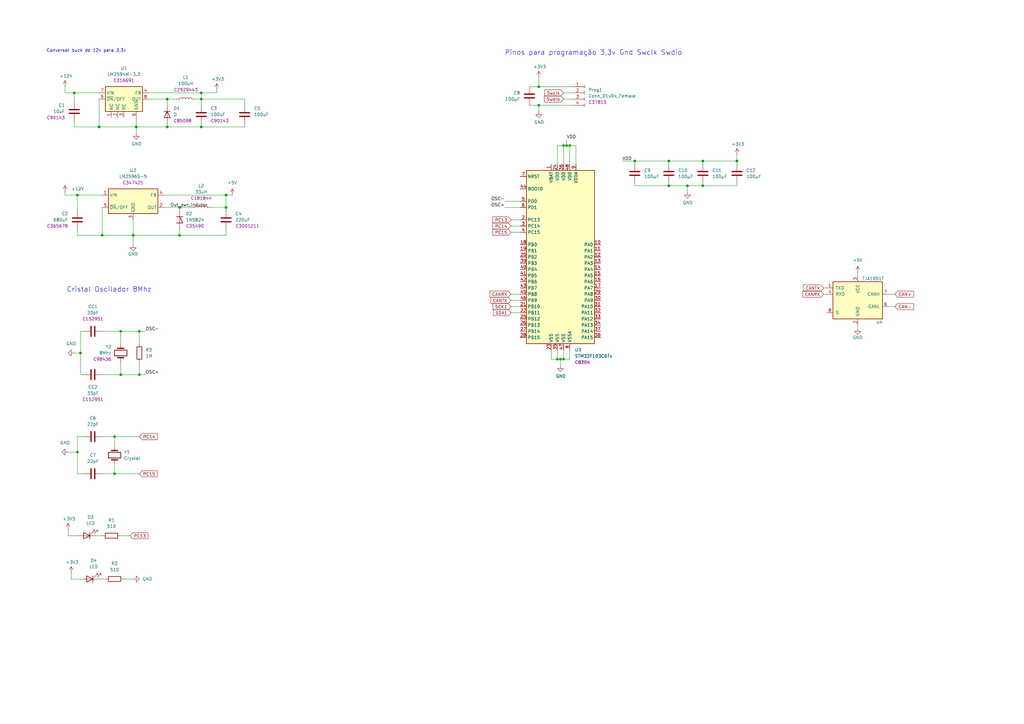
<source format=kicad_sch>
(kicad_sch (version 20211123) (generator eeschema)
  (paper "A3")
  (title_block (title "Placa de propósito geral") (date "2023-02-23") (rev "rev 0.0") (company "Capibaja") (comment 2 "Kariston Franzin"))
  (lib_symbols
    (symbol "Connector:Conn_01x04_Female" (pin_names (offset 1.016) hide)
      (property "Reference" "J" (at 0 5.08 0))
      (property "Value" "Conn_01x04_Female" (at 0 -7.62 0))
      (symbol "Conn_01x04_Female_1_1"
        (arc (start 0 -4.572) (mid -0.508 -5.08) (end 0 -5.588) (stroke (width 0.1524)))
        (arc (start 0 -2.032) (mid -0.508 -2.54) (end 0 -3.048) (stroke (width 0.1524)))
        (polyline (pts (xy -1.27 -5.08) (xy -0.508 -5.08)) (stroke (width 0.1524)))
        (polyline (pts (xy -1.27 -2.54) (xy -0.508 -2.54)) (stroke (width 0.1524)))
        (polyline (pts (xy -1.27 0) (xy -0.508 0)) (stroke (width 0.1524)))
        (polyline (pts (xy -1.27 2.54) (xy -0.508 2.54)) (stroke (width 0.1524)))
        (arc (start 0 0.508) (mid -0.508 0) (end 0 -0.508) (stroke (width 0.1524)))
        (arc (start 0 3.048) (mid -0.508 2.54) (end 0 2.032) (stroke (width 0.1524)))
        (pin passive line (at -5.08 2.54 0) (length 3.81) (name "Pin_1") (number "1"))
        (pin passive line (at -5.08 0 0) (length 3.81) (name "Pin_2") (number "2"))
        (pin passive line (at -5.08 -2.54 0) (length 3.81) (name "Pin_3") (number "3"))
        (pin passive line (at -5.08 -5.08 0) (length 3.81) (name "Pin_4") (number "4"))
      )
    )
    (symbol "Device:C" (pin_numbers hide) (pin_names (offset 0.254))
      (property "Reference" "C" (at 0.635 2.54 0))
      (property "Value" "C" (at 0.635 -2.54 0))
      (symbol "C_0_1"
        (polyline (pts (xy -2.032 -0.762) (xy 2.032 -0.762)) (stroke (width 0.508)))
        (polyline (pts (xy -2.032 0.762) (xy 2.032 0.762)) (stroke (width 0.508)))
      )
      (symbol "C_1_1"
        (pin passive line (at 0 3.81 270) (length 2.794) (name "~") (number "1"))
        (pin passive line (at 0 -3.81 90) (length 2.794) (name "~") (number "2"))
      )
    )
    (symbol "Device:Crystal" (pin_numbers hide) (pin_names (offset 1.016) hide)
      (property "Reference" "Y" (at 0 3.81 0))
      (property "Value" "Crystal" (at 0 -3.81 0))
      (symbol "Crystal_0_1"
        (rectangle (start -1.143 2.54) (end 1.143 -2.54) (stroke (width 0.3048)))
        (polyline (pts (xy -2.54 0) (xy -1.905 0)))
        (polyline (pts (xy -1.905 -1.27) (xy -1.905 1.27)) (stroke (width 0.508)))
        (polyline (pts (xy 1.905 -1.27) (xy 1.905 1.27)) (stroke (width 0.508)))
        (polyline (pts (xy 2.54 0) (xy 1.905 0)))
      )
      (symbol "Crystal_1_1"
        (pin passive line (at -3.81 0 0) (length 1.27) (name "1") (number "1"))
        (pin passive line (at 3.81 0 180) (length 1.27) (name "2") (number "2"))
      )
    )
    (symbol "Device:D" (pin_numbers hide) (pin_names (offset 1.016) hide)
      (property "Reference" "D" (at 0 2.54 0))
      (property "Value" "D" (at 0 -2.54 0))
      (symbol "D_0_1"
        (polyline (pts (xy -1.27 1.27) (xy -1.27 -1.27)) (stroke (width 0.254)))
        (polyline (pts (xy 1.27 0) (xy -1.27 0)))
        (polyline (pts (xy 1.27 1.27) (xy 1.27 -1.27) (xy -1.27 0) (xy 1.27 1.27)) (stroke (width 0.254)))
      )
      (symbol "D_1_1"
        (pin passive line (at -3.81 0 0) (length 2.54) (name "K") (number "1"))
        (pin passive line (at 3.81 0 180) (length 2.54) (name "A") (number "2"))
      )
    )
    (symbol "Device:D_Shockley" (pin_numbers hide) (pin_names (offset 1.016) hide)
      (property "Reference" "D" (at 0 2.54 0))
      (property "Value" "D_Shockley" (at 0 -2.54 0))
      (symbol "D_Shockley_0_1"
        (polyline (pts (xy -1.27 0) (xy 1.27 0)))
        (polyline (pts (xy -1.27 1.27) (xy -1.27 -1.27)) (stroke (width 0.254)))
        (polyline (pts (xy -1.27 0) (xy 1.27 1.27) (xy 1.27 -1.27)) (stroke (width 0.254)))
      )
      (symbol "D_Shockley_1_1"
        (pin passive line (at -3.81 0 0) (length 2.54) (name "K") (number "1"))
        (pin passive line (at 3.81 0 180) (length 2.54) (name "A") (number "2"))
      )
    )
    (symbol "Device:L" (pin_numbers hide) (pin_names (offset 1.016) hide)
      (property "Reference" "L" (at -1.27 0 90))
      (property "Value" "L" (at 1.905 0 90))
      (symbol "L_0_1"
        (arc (start 0 -2.54) (mid 0.635 -1.905) (end 0 -1.27))
        (arc (start 0 -1.27) (mid 0.635 -0.635) (end 0 0))
        (arc (start 0 0) (mid 0.635 0.635) (end 0 1.27))
        (arc (start 0 1.27) (mid 0.635 1.905) (end 0 2.54))
      )
      (symbol "L_1_1"
        (pin passive line (at 0 3.81 270) (length 1.27) (name "1") (number "1"))
        (pin passive line (at 0 -3.81 90) (length 1.27) (name "2") (number "2"))
      )
    )
    (symbol "Device:LED" (pin_numbers hide) (pin_names (offset 1.016) hide)
      (property "Reference" "D" (at 0 2.54 0))
      (property "Value" "LED" (at 0 -2.54 0))
      (symbol "LED_0_1"
        (polyline (pts (xy -1.27 -1.27) (xy -1.27 1.27)) (stroke (width 0.254)))
        (polyline (pts (xy -1.27 0) (xy 1.27 0)))
        (polyline (pts (xy 1.27 -1.27) (xy 1.27 1.27) (xy -1.27 0) (xy 1.27 -1.27)) (stroke (width 0.254)))
        (polyline (pts (xy -3.048 -0.762) (xy -4.572 -2.286) (xy -3.81 -2.286) (xy -4.572 -2.286) (xy -4.572 -1.524)))
        (polyline (pts (xy -1.778 -0.762) (xy -3.302 -2.286) (xy -2.54 -2.286) (xy -3.302 -2.286) (xy -3.302 -1.524)))
      )
      (symbol "LED_1_1"
        (pin passive line (at -3.81 0 0) (length 2.54) (name "K") (number "1"))
        (pin passive line (at 3.81 0 180) (length 2.54) (name "A") (number "2"))
      )
    )
    (symbol "Device:R" (pin_numbers hide) (pin_names (offset 0))
      (property "Reference" "R" (at 2.032 0 90))
      (property "Value" "R" (at 0 0 90))
      (symbol "R_0_1"
        (rectangle (start -1.016 -2.54) (end 1.016 2.54) (stroke (width 0.254)))
      )
      (symbol "R_1_1"
        (pin passive line (at 0 3.81 270) (length 1.27) (name "~") (number "1"))
        (pin passive line (at 0 -3.81 90) (length 1.27) (name "~") (number "2"))
      )
    )
    (symbol "Interface_CAN_LIN:TJA1051T" (pin_names (offset 1.016))
      (property "Reference" "U" (at -10.16 8.89 0))
      (property "Value" "TJA1051T" (at 1.27 8.89 0))
      (symbol "TJA1051T_0_1"
        (rectangle (start -10.16 7.62) (end 10.16 -7.62) (stroke (width 0.254)) (fill (type background)))
      )
      (symbol "TJA1051T_1_1"
        (pin input line (at -12.7 5.08 0) (length 2.54) (name "TXD") (number "1"))
        (pin power_in line (at 0 -10.16 90) (length 2.54) (name "GND") (number "2"))
        (pin power_in line (at 0 10.16 270) (length 2.54) (name "VCC") (number "3"))
        (pin output line (at -12.7 2.54 0) (length 2.54) (name "RXD") (number "4"))
        (pin no_connect line (at -12.7 -2.54 0) (length 2.54) hide (name "n.c.") (number "5"))
        (pin bidirectional line (at 12.7 -2.54 180) (length 2.54) (name "CANL") (number "6"))
        (pin bidirectional line (at 12.7 2.54 180) (length 2.54) (name "CANH") (number "7"))
        (pin input line (at -12.7 -5.08 0) (length 2.54) (name "S") (number "8"))
      )
    )
    (symbol "MCU_ST_STM32F1:STM32F103C6Tx"
      (property "Reference" "U" (at -15.24 36.83 0))
      (property "Value" "STM32F103C6Tx" (at 7.62 36.83 0))
      (symbol "STM32F103C6Tx_0_1"
        (rectangle (start -15.24 -35.56) (end 12.7 35.56) (stroke (width 0.254)) (fill (type background)))
      )
      (symbol "STM32F103C6Tx_1_1"
        (pin power_in line (at -5.08 38.1 270) (length 2.54) (name "VBAT") (number "1"))
        (pin bidirectional line (at 15.24 5.08 180) (length 2.54) (name "PA0") (number "10"))
        (pin bidirectional line (at 15.24 2.54 180) (length 2.54) (name "PA1") (number "11"))
        (pin bidirectional line (at 15.24 0 180) (length 2.54) (name "PA2") (number "12"))
        (pin bidirectional line (at 15.24 -2.54 180) (length 2.54) (name "PA3") (number "13"))
        (pin bidirectional line (at 15.24 -5.08 180) (length 2.54) (name "PA4") (number "14"))
        (pin bidirectional line (at 15.24 -7.62 180) (length 2.54) (name "PA5") (number "15"))
        (pin bidirectional line (at 15.24 -10.16 180) (length 2.54) (name "PA6") (number "16"))
        (pin bidirectional line (at 15.24 -12.7 180) (length 2.54) (name "PA7") (number "17"))
        (pin bidirectional line (at -17.78 5.08 0) (length 2.54) (name "PB0") (number "18"))
        (pin bidirectional line (at -17.78 2.54 0) (length 2.54) (name "PB1") (number "19"))
        (pin bidirectional line (at -17.78 15.24 0) (length 2.54) (name "PC13") (number "2"))
        (pin bidirectional line (at -17.78 0 0) (length 2.54) (name "PB2") (number "20"))
        (pin bidirectional line (at -17.78 -20.32 0) (length 2.54) (name "PB10") (number "21"))
        (pin bidirectional line (at -17.78 -22.86 0) (length 2.54) (name "PB11") (number "22"))
        (pin power_in line (at -5.08 -38.1 90) (length 2.54) (name "VSS") (number "23"))
        (pin power_in line (at -2.54 38.1 270) (length 2.54) (name "VDD") (number "24"))
        (pin bidirectional line (at -17.78 -25.4 0) (length 2.54) (name "PB12") (number "25"))
        (pin bidirectional line (at -17.78 -27.94 0) (length 2.54) (name "PB13") (number "26"))
        (pin bidirectional line (at -17.78 -30.48 0) (length 2.54) (name "PB14") (number "27"))
        (pin bidirectional line (at -17.78 -33.02 0) (length 2.54) (name "PB15") (number "28"))
        (pin bidirectional line (at 15.24 -15.24 180) (length 2.54) (name "PA8") (number "29"))
        (pin bidirectional line (at -17.78 12.7 0) (length 2.54) (name "PC14") (number "3"))
        (pin bidirectional line (at 15.24 -17.78 180) (length 2.54) (name "PA9") (number "30"))
        (pin bidirectional line (at 15.24 -20.32 180) (length 2.54) (name "PA10") (number "31"))
        (pin bidirectional line (at 15.24 -22.86 180) (length 2.54) (name "PA11") (number "32"))
        (pin bidirectional line (at 15.24 -25.4 180) (length 2.54) (name "PA12") (number "33"))
        (pin bidirectional line (at 15.24 -27.94 180) (length 2.54) (name "PA13") (number "34"))
        (pin power_in line (at -2.54 -38.1 90) (length 2.54) (name "VSS") (number "35"))
        (pin power_in line (at 0 38.1 270) (length 2.54) (name "VDD") (number "36"))
        (pin bidirectional line (at 15.24 -30.48 180) (length 2.54) (name "PA14") (number "37"))
        (pin bidirectional line (at 15.24 -33.02 180) (length 2.54) (name "PA15") (number "38"))
        (pin bidirectional line (at -17.78 -2.54 0) (length 2.54) (name "PB3") (number "39"))
        (pin bidirectional line (at -17.78 10.16 0) (length 2.54) (name "PC15") (number "4"))
        (pin bidirectional line (at -17.78 -5.08 0) (length 2.54) (name "PB4") (number "40"))
        (pin bidirectional line (at -17.78 -7.62 0) (length 2.54) (name "PB5") (number "41"))
        (pin bidirectional line (at -17.78 -10.16 0) (length 2.54) (name "PB6") (number "42"))
        (pin bidirectional line (at -17.78 -12.7 0) (length 2.54) (name "PB7") (number "43"))
        (pin input line (at -17.78 27.94 0) (length 2.54) (name "BOOT0") (number "44"))
        (pin bidirectional line (at -17.78 -15.24 0) (length 2.54) (name "PB8") (number "45"))
        (pin bidirectional line (at -17.78 -17.78 0) (length 2.54) (name "PB9") (number "46"))
        (pin power_in line (at 0 -38.1 90) (length 2.54) (name "VSS") (number "47"))
        (pin power_in line (at 2.54 38.1 270) (length 2.54) (name "VDD") (number "48"))
        (pin input line (at -17.78 22.86 0) (length 2.54) (name "PD0") (number "5"))
        (pin input line (at -17.78 20.32 0) (length 2.54) (name "PD1") (number "6"))
        (pin input line (at -17.78 33.02 0) (length 2.54) (name "NRST") (number "7"))
        (pin power_in line (at 2.54 -38.1 90) (length 2.54) (name "VSSA") (number "8"))
        (pin power_in line (at 5.08 38.1 270) (length 2.54) (name "VDDA") (number "9"))
      )
    )
    (symbol "Regulator_Switching:LM2594M-3.3"
      (property "Reference" "U" (at -7.62 6.35 0))
      (property "Value" "LM2594M-3.3" (at 0 6.35 0))
      (symbol "LM2594M-3.3_0_1"
        (rectangle (start -7.62 5.08) (end 7.62 -5.08) (stroke (width 0.254)) (fill (type background)))
      )
      (symbol "LM2594M-3.3_1_1"
        (pin passive line (at -5.08 -7.62 90) (length 2.54) (name "NC") (number "1"))
        (pin passive line (at -2.54 -7.62 90) (length 2.54) (name "NC") (number "2"))
        (pin passive line (at 0 -7.62 90) (length 2.54) (name "NC") (number "3"))
        (pin input line (at 10.16 2.54 180) (length 2.54) (name "FB") (number "4"))
        (pin input line (at -10.16 0 0) (length 2.54) (name "~{ON}/OFF") (number "5"))
        (pin power_in line (at 5.08 -7.62 90) (length 2.54) (name "GND") (number "6"))
        (pin power_in line (at -10.16 2.54 0) (length 2.54) (name "VIN") (number "7"))
        (pin output line (at 10.16 0 180) (length 2.54) (name "OUT") (number "8"))
      )
    )
    (symbol "Regulator_Switching:LM2596S-5"
      (property "Reference" "U" (at -10.16 6.35 0))
      (property "Value" "LM2596S-5" (at 0 6.35 0))
      (symbol "LM2596S-5_0_1"
        (rectangle (start -10.16 5.08) (end 10.16 -5.08) (stroke (width 0.254)) (fill (type background)))
      )
      (symbol "LM2596S-5_1_1"
        (pin power_in line (at -12.7 2.54 0) (length 2.54) (name "VIN") (number "1"))
        (pin output line (at 12.7 -2.54 180) (length 2.54) (name "OUT") (number "2"))
        (pin power_in line (at 0 -7.62 90) (length 2.54) (name "GND") (number "3"))
        (pin input line (at 12.7 2.54 180) (length 2.54) (name "FB") (number "4"))
        (pin input line (at -12.7 -2.54 0) (length 2.54) (name "~{ON}/OFF") (number "5"))
      )
    )
    (symbol "power:+12V" (power) (pin_names (offset 0))
      (property "Value" "+12V" (at 0 3.556 0))
      (symbol "+12V_0_1"
        (polyline (pts (xy -0.762 1.27) (xy 0 2.54)))
        (polyline (pts (xy 0 0) (xy 0 2.54)))
        (polyline (pts (xy 0 2.54) (xy 0.762 1.27)))
      )
      (symbol "+12V_1_1"
        (pin power_in line (at 0 0 90) (length 0) hide (name "+12V") (number "1"))
      )
    )
    (symbol "power:+3.3V" (power) (pin_names (offset 0))
      (property "Value" "+3.3V" (at 0 3.556 0))
      (symbol "+3.3V_0_1"
        (polyline (pts (xy -0.762 1.27) (xy 0 2.54)))
        (polyline (pts (xy 0 0) (xy 0 2.54)))
        (polyline (pts (xy 0 2.54) (xy 0.762 1.27)))
      )
      (symbol "+3.3V_1_1"
        (pin power_in line (at 0 0 90) (length 0) hide (name "+3V3") (number "1"))
      )
    )
    (symbol "power:+5V" (power) (pin_names (offset 0))
      (property "Value" "+5V" (at 0 3.556 0))
      (symbol "+5V_0_1"
        (polyline (pts (xy -0.762 1.27) (xy 0 2.54)))
        (polyline (pts (xy 0 0) (xy 0 2.54)))
        (polyline (pts (xy 0 2.54) (xy 0.762 1.27)))
      )
      (symbol "+5V_1_1"
        (pin power_in line (at 0 0 90) (length 0) hide (name "+5V") (number "1"))
      )
    )
    (symbol "power:GND" (power) (pin_names (offset 0))
      (property "Value" "GND" (at 0 -3.81 0))
      (symbol "GND_0_1"
        (polyline (pts (xy 0 0) (xy 0 -1.27) (xy 1.27 -1.27) (xy 0 -2.54) (xy -1.27 -1.27) (xy 0 -1.27)))
      )
      (symbol "GND_1_1"
        (pin power_in line (at 0 0 270) (length 0) hide (name "GND") (number "1"))
      )
    )
  )
  (junction (at 233.68 59.69))
  (junction (at 57.15 135.89))
  (junction (at 68.58 52.07))
  (junction (at 92.71 85.09))
  (junction (at 33.02 144.78))
  (junction (at 31.75 185.42))
  (junction (at 231.14 59.69))
  (junction (at 40.64 52.07))
  (junction (at 232.41 59.69))
  (junction (at 46.99 194.31))
  (junction (at 229.87 147.32))
  (junction (at 41.91 96.52))
  (junction (at 82.55 40.64))
  (junction (at 30.48 38.1))
  (junction (at 92.71 80.01))
  (junction (at 54.61 96.52))
  (junction (at 57.15 153.67))
  (junction (at 231.14 147.32))
  (junction (at 274.32 76.2))
  (junction (at 288.29 76.2))
  (junction (at 274.32 66.04))
  (junction (at 260.35 66.04))
  (junction (at 288.29 66.04))
  (junction (at 82.55 38.1))
  (junction (at 55.88 52.07))
  (junction (at 302.26 66.04))
  (junction (at 31.75 80.01))
  (junction (at 46.99 179.07))
  (junction (at 220.98 35.56))
  (junction (at 228.6 147.32))
  (junction (at 73.66 85.09))
  (junction (at 281.94 76.2))
  (junction (at 82.55 52.07))
  (junction (at 68.58 40.64))
  (junction (at 49.53 153.67))
  (junction (at 49.53 135.89))
  (junction (at 220.98 43.18))
  (junction (at 73.66 96.52))
  (wire (pts (xy 26.67 80.01) (xy 31.75 80.01)))
  (wire (pts (xy 29.21 234.95) (xy 29.21 237.49)))
  (wire (pts (xy 233.68 59.69) (xy 233.68 67.31)))
  (wire (pts (xy 92.71 93.98) (xy 92.71 96.52)))
  (wire (pts (xy 82.55 52.07) (xy 100.33 52.07)))
  (wire (pts (xy 209.55 128.27) (xy 213.36 128.27)))
  (wire (pts (xy 33.02 144.78) (xy 33.02 135.89)))
  (wire (pts (xy 39.37 219.71) (xy 41.91 219.71)))
  (wire (pts (xy 274.32 67.31) (xy 274.32 66.04)))
  (wire (pts (xy 31.75 86.36) (xy 31.75 80.01)))
  (wire (pts (xy 100.33 40.64) (xy 82.55 40.64)))
  (wire (pts (xy 26.67 38.1) (xy 30.48 38.1)))
  (wire (pts (xy 31.75 93.98) (xy 31.75 96.52)))
  (wire (pts (xy 57.15 135.89) (xy 59.69 135.89)))
  (wire (pts (xy 40.64 52.07) (xy 55.88 52.07)))
  (wire (pts (xy 33.02 153.67) (xy 33.02 144.78)))
  (wire (pts (xy 46.99 194.31) (xy 46.99 190.5)))
  (wire (pts (xy 27.94 217.17) (xy 27.94 219.71)))
  (wire (pts (xy 31.75 80.01) (xy 41.91 80.01)))
  (wire (pts (xy 288.29 67.31) (xy 288.29 66.04)))
  (wire (pts (xy 233.68 143.51) (xy 233.68 147.32)))
  (wire (pts (xy 236.22 59.69) (xy 236.22 67.31)))
  (wire (pts (xy 46.99 179.07) (xy 57.15 179.07)))
  (wire (pts (xy 68.58 52.07) (xy 82.55 52.07)))
  (wire (pts (xy 30.48 52.07) (xy 40.64 52.07)))
  (wire (pts (xy 34.29 153.67) (xy 33.02 153.67)))
  (wire (pts (xy 231.14 147.32) (xy 233.68 147.32)))
  (wire (pts (xy 41.91 179.07) (xy 46.99 179.07)))
  (wire (pts (xy 73.66 85.09) (xy 78.74 85.09)))
  (wire (pts (xy 31.75 96.52) (xy 41.91 96.52)))
  (wire (pts (xy 41.91 85.09) (xy 41.91 96.52)))
  (wire (pts (xy 288.29 76.2) (xy 302.26 76.2)))
  (wire (pts (xy 40.64 237.49) (xy 43.18 237.49)))
  (wire (pts (xy 40.64 40.64) (xy 40.64 52.07)))
  (wire (pts (xy 33.02 144.78) (xy 30.48 144.78)))
  (wire (pts (xy 231.14 59.69) (xy 231.14 67.31)))
  (wire (pts (xy 82.55 40.64) (xy 82.55 38.1)))
  (wire (pts (xy 228.6 59.69) (xy 231.14 59.69)))
  (wire (pts (xy 231.14 59.69) (xy 232.41 59.69)))
  (wire (pts (xy 260.35 74.93) (xy 260.35 76.2)))
  (wire (pts (xy 27.94 219.71) (xy 31.75 219.71)))
  (wire (pts (xy 220.98 31.75) (xy 220.98 35.56)))
  (wire (pts (xy 351.79 133.35) (xy 351.79 134.62)))
  (wire (pts (xy 209.55 125.73) (xy 213.36 125.73)))
  (wire (pts (xy 100.33 52.07) (xy 100.33 50.8)))
  (wire (pts (xy 274.32 76.2) (xy 281.94 76.2)))
  (wire (pts (xy 55.88 52.07) (xy 55.88 54.61)))
  (wire (pts (xy 367.03 120.65) (xy 364.49 120.65)))
  (wire (pts (xy 260.35 76.2) (xy 274.32 76.2)))
  (wire (pts (xy 226.06 147.32) (xy 228.6 147.32)))
  (wire (pts (xy 41.91 194.31) (xy 46.99 194.31)))
  (wire (pts (xy 49.53 148.59) (xy 49.53 153.67)))
  (wire (pts (xy 82.55 38.1) (xy 60.96 38.1)))
  (wire (pts (xy 57.15 148.59) (xy 57.15 153.67)))
  (wire (pts (xy 57.15 153.67) (xy 59.69 153.67)))
  (wire (pts (xy 231.14 40.64) (xy 234.95 40.64)))
  (wire (pts (xy 30.48 38.1) (xy 40.64 38.1)))
  (wire (pts (xy 228.6 147.32) (xy 229.87 147.32)))
  (wire (pts (xy 31.75 179.07) (xy 31.75 185.42)))
  (wire (pts (xy 337.82 120.65) (xy 339.09 120.65)))
  (wire (pts (xy 68.58 50.8) (xy 68.58 52.07)))
  (wire (pts (xy 220.98 35.56) (xy 234.95 35.56)))
  (wire (pts (xy 92.71 85.09) (xy 92.71 86.36)))
  (wire (pts (xy 67.31 80.01) (xy 92.71 80.01)))
  (wire (pts (xy 209.55 95.25) (xy 213.36 95.25)))
  (wire (pts (xy 55.88 48.26) (xy 55.88 52.07)))
  (wire (pts (xy 274.32 66.04) (xy 260.35 66.04)))
  (wire (pts (xy 255.27 66.04) (xy 260.35 66.04)))
  (wire (pts (xy 88.9 36.83) (xy 88.9 38.1)))
  (wire (pts (xy 27.94 185.42) (xy 31.75 185.42)))
  (wire (pts (xy 288.29 66.04) (xy 302.26 66.04)))
  (wire (pts (xy 73.66 85.09) (xy 67.31 85.09)))
  (wire (pts (xy 274.32 66.04) (xy 288.29 66.04)))
  (wire (pts (xy 209.55 90.17) (xy 213.36 90.17)))
  (wire (pts (xy 31.75 185.42) (xy 31.75 194.31)))
  (wire (pts (xy 68.58 52.07) (xy 55.88 52.07)))
  (wire (pts (xy 86.36 85.09) (xy 92.71 85.09)))
  (wire (pts (xy 302.26 66.04) (xy 302.26 67.31)))
  (wire (pts (xy 231.14 143.51) (xy 231.14 147.32)))
  (wire (pts (xy 220.98 43.18) (xy 234.95 43.18)))
  (wire (pts (xy 30.48 49.53) (xy 30.48 52.07)))
  (wire (pts (xy 229.87 147.32) (xy 229.87 149.86)))
  (wire (pts (xy 31.75 194.31) (xy 34.29 194.31)))
  (wire (pts (xy 46.99 182.88) (xy 46.99 179.07)))
  (wire (pts (xy 73.66 86.36) (xy 73.66 85.09)))
  (wire (pts (xy 54.61 90.17) (xy 54.61 96.52)))
  (wire (pts (xy 207.01 82.55) (xy 213.36 82.55)))
  (wire (pts (xy 288.29 74.93) (xy 288.29 76.2)))
  (wire (pts (xy 54.61 96.52) (xy 73.66 96.52)))
  (wire (pts (xy 207.01 85.09) (xy 213.36 85.09)))
  (wire (pts (xy 228.6 67.31) (xy 228.6 59.69)))
  (wire (pts (xy 229.87 147.32) (xy 231.14 147.32)))
  (wire (pts (xy 281.94 76.2) (xy 288.29 76.2)))
  (wire (pts (xy 337.82 118.11) (xy 339.09 118.11)))
  (wire (pts (xy 60.96 40.64) (xy 68.58 40.64)))
  (wire (pts (xy 49.53 219.71) (xy 53.34 219.71)))
  (wire (pts (xy 73.66 93.98) (xy 73.66 96.52)))
  (wire (pts (xy 274.32 74.93) (xy 274.32 76.2)))
  (wire (pts (xy 220.98 43.18) (xy 220.98 45.72)))
  (wire (pts (xy 26.67 78.74) (xy 26.67 80.01)))
  (wire (pts (xy 302.26 76.2) (xy 302.26 74.93)))
  (wire (pts (xy 209.55 120.65) (xy 213.36 120.65)))
  (wire (pts (xy 209.55 123.19) (xy 213.36 123.19)))
  (wire (pts (xy 54.61 96.52) (xy 54.61 100.33)))
  (wire (pts (xy 57.15 135.89) (xy 57.15 140.97)))
  (wire (pts (xy 92.71 80.01) (xy 92.71 85.09)))
  (wire (pts (xy 82.55 52.07) (xy 82.55 50.8)))
  (wire (pts (xy 33.02 135.89) (xy 34.29 135.89)))
  (wire (pts (xy 217.17 43.18) (xy 220.98 43.18)))
  (wire (pts (xy 29.21 237.49) (xy 33.02 237.49)))
  (wire (pts (xy 232.41 57.15) (xy 232.41 59.69)))
  (wire (pts (xy 232.41 59.69) (xy 233.68 59.69)))
  (wire (pts (xy 30.48 41.91) (xy 30.48 38.1)))
  (wire (pts (xy 73.66 96.52) (xy 92.71 96.52)))
  (wire (pts (xy 217.17 35.56) (xy 220.98 35.56)))
  (wire (pts (xy 49.53 135.89) (xy 49.53 140.97)))
  (wire (pts (xy 54.61 237.49) (xy 50.8 237.49)))
  (wire (pts (xy 367.03 125.73) (xy 364.49 125.73)))
  (wire (pts (xy 233.68 59.69) (xy 236.22 59.69)))
  (wire (pts (xy 209.55 92.71) (xy 213.36 92.71)))
  (wire (pts (xy 228.6 143.51) (xy 228.6 147.32)))
  (wire (pts (xy 41.91 153.67) (xy 49.53 153.67)))
  (wire (pts (xy 49.53 153.67) (xy 57.15 153.67)))
  (wire (pts (xy 68.58 40.64) (xy 68.58 43.18)))
  (wire (pts (xy 88.9 38.1) (xy 82.55 38.1)))
  (wire (pts (xy 34.29 179.07) (xy 31.75 179.07)))
  (wire (pts (xy 226.06 143.51) (xy 226.06 147.32)))
  (wire (pts (xy 260.35 66.04) (xy 260.35 67.31)))
  (wire (pts (xy 351.79 111.76) (xy 351.79 113.03)))
  (wire (pts (xy 82.55 40.64) (xy 82.55 43.18)))
  (wire (pts (xy 41.91 135.89) (xy 49.53 135.89)))
  (wire (pts (xy 41.91 96.52) (xy 54.61 96.52)))
  (wire (pts (xy 281.94 76.2) (xy 281.94 78.74)))
  (wire (pts (xy 26.67 35.56) (xy 26.67 38.1)))
  (wire (pts (xy 231.14 38.1) (xy 234.95 38.1)))
  (wire (pts (xy 100.33 43.18) (xy 100.33 40.64)))
  (wire (pts (xy 302.26 63.5) (xy 302.26 66.04)))
  (wire (pts (xy 80.01 40.64) (xy 82.55 40.64)))
  (wire (pts (xy 49.53 135.89) (xy 57.15 135.89)))
  (wire (pts (xy 92.71 80.01) (xy 95.25 80.01)))
  (wire (pts (xy 46.99 194.31) (xy 57.15 194.31)))
  (wire (pts (xy 68.58 40.64) (xy 72.39 40.64)))
  (text "Conversor buck de 12v para 3,3v" (at 19.05 21.59 0) (effects (font (size 1.27 1.27)) (justify left bottom)))
  (text "Cristal Oscilador 8Mhz" (at 27.305 120.015 0) (effects (font (size 2.0066 2.0066)) (justify left bottom)))
  (text "Pinos para programação 3,3v Gnd Swclk Swdio" (at 207.01 22.86 0) (effects (font (size 2.0066 2.0066)) (justify left bottom)))
  (label "OSC-" (at 59.69 135.89 0))
  (label "OSC+" (at 59.69 153.67 0))
  (label "OSC+" (at 207.01 85.09 180))
  (label "VDD" (at 232.41 57.15 0))
  (label "OSC-" (at 207.01 82.55 180))
  (label "Out_pwr_indutor" (at 69.85 85.09 0))
  (label "VDD" (at 255.27 66.04 0))
  (global_label "Swdio" (shape input) (at 231.14 40.64 180) (property "Intersheet References" "${INTERSHEET_REFS}" (effects hide)))
  (global_label "PC14" (shape input) (at 209.55 92.71 180) (property "Referências entre as folhas" "${INTERSHEET_REFS}" (effects hide)))
  (global_label "CANRX" (shape input) (at 337.82 120.65 180) (property "Referências entre as folhas" "${INTERSHEET_REFS}" (effects hide)))
  (global_label "PC13" (shape input) (at 209.55 90.17 180) (property "Referências entre as folhas" "${INTERSHEET_REFS}" (effects hide)))
  (global_label "SDA1" (shape input) (at 209.55 128.27 180) (property "Referências entre as folhas" "${INTERSHEET_REFS}" (effects hide)))
  (global_label "PC14" (shape input) (at 57.15 179.07 0) (property "Referências entre as folhas" "${INTERSHEET_REFS}" (effects hide)))
  (global_label "PC15" (shape input) (at 209.55 95.25 180) (property "Referências entre as folhas" "${INTERSHEET_REFS}" (effects hide)))
  (global_label "CANRX" (shape input) (at 209.55 120.65 180) (property "Referências entre as folhas" "${INTERSHEET_REFS}" (effects hide)))
  (global_label "PC13" (shape input) (at 53.34 219.71 0) (property "Referências entre as folhas" "${INTERSHEET_REFS}" (effects hide)))
  (global_label "SCK1" (shape input) (at 209.55 125.73 180) (property "Referências entre as folhas" "${INTERSHEET_REFS}" (effects hide)))
  (global_label "CANTX" (shape input) (at 337.82 118.11 180) (property "Referências entre as folhas" "${INTERSHEET_REFS}" (effects hide)))
  (global_label "CANTX" (shape input) (at 209.55 123.19 180) (property "Referências entre as folhas" "${INTERSHEET_REFS}" (effects hide)))
  (global_label "CAN+" (shape input) (at 367.03 120.65 0) (property "Referências entre as folhas" "${INTERSHEET_REFS}" (effects hide)))
  (global_label "Swclk" (shape input) (at 231.14 38.1 180) (property "Intersheet References" "${INTERSHEET_REFS}" (effects hide)))
  (global_label "CAN-" (shape input) (at 367.03 125.73 0) (property "Referências entre as folhas" "${INTERSHEET_REFS}" (effects hide)))
  (global_label "PC15" (shape input) (at 57.15 194.31 0) (property "Referências entre as folhas" "${INTERSHEET_REFS}" (effects hide)))
  (symbol (lib_id "power:+3.3V") (at 88.9 36.83 0) (unit 1)
    (property "Reference" "#PWR0106" (effects hide))
    (property "Value" "+3.3V" (at 89.281 32.4358 0))
  )
  (symbol (lib_id "power:GND") (at 54.61 100.33 0) (mirror y) (unit 1)
    (property "Reference" "#PWR0108" (effects hide))
    (property "Value" "GND" (at 54.61 104.14 0))
  )
  (symbol (lib_id "power:+3.3V") (at 27.94 217.17 0) (unit 1)
    (property "Reference" "#PWR0116" (effects hide))
    (property "Value" "+3.3V" (at 28.321 212.7758 0))
  )
  (symbol (lib_id "Device:C") (at 302.26 71.12 0) (unit 1)
    (property "Reference" "C12" (at 306.07 69.8499 0) (effects (justify left)))
    (property "Value" "100µF" (at 306.07 72.3899 0) (effects (justify left)))
    (property "Footprint" "Capacitor_SMD:C_0402_1005Metric" (effects hide))
  )
  (symbol (lib_id "Device:D") (at 68.58 46.99 270) (unit 1)
    (property "Reference" "D1" (at 71.12 44.4499 90) (effects (justify left)))
    (property "Value" "D" (at 71.12 46.9899 90) (effects (justify left)))
    (property "Footprint" "Diode_SMD:D_SMA" (effects hide))
    (property "LCSC" "C85098" (at 71.12 49.5299 90) (effects (justify left)))
  )
  (symbol (lib_id "Regulator_Switching:LM2594M-3.3") (at 50.8 40.64 0) (unit 1)
    (property "Reference" "U1" (at 50.8 27.94 0))
    (property "Value" "LM2594M-3.3" (at 50.8 30.48 0))
    (property "Footprint" "Package_SO:SOIC-8_3.9x4.9mm_P1.27mm" (effects hide))
    (property "Datasheet" "http://www.ti.com/lit/ds/symlink/lm2594.pdf" (effects hide))
    (property "LCSC" "C316691" (at 50.8 33.02 0))
  )
  (symbol (lib_id "power:+12V") (at 26.67 35.56 0) (unit 1)
    (property "Reference" "#PWR0101" (effects hide))
    (property "Value" "+12V" (at 27.051 31.1658 0))
  )
  (symbol (lib_id "Device:R") (at 46.99 237.49 90) (unit 1)
    (property "Reference" "R2" (at 46.99 231.14 90))
    (property "Value" "510" (at 46.99 233.68 90))
  )
  (symbol (lib_id "Device:C") (at 38.1 179.07 270) (unit 1)
    (property "Reference" "C6" (at 38.1 171.45 90))
    (property "Value" "22pF" (at 38.1 173.99 90))
  )
  (symbol (lib_id "Device:C") (at 38.1 153.67 270) (unit 1)
    (property "Reference" "CC2" (at 38.1 158.75 90))
    (property "Value" "33pF" (at 38.1 161.29 90))
    (property "Footprint" "Capacitor_SMD:C_1206_3216Metric" (effects hide))
    (property "LCSC" "C152951" (at 38.1 163.83 90))
  )
  (symbol (lib_id "Device:C") (at 38.1 135.89 270) (unit 1)
    (property "Reference" "CC1" (at 38.1 125.73 90))
    (property "Value" "33pF" (at 38.1 128.27 90))
    (property "Footprint" "Capacitor_SMD:C_1206_3216Metric" (effects hide))
    (property "LCSC" "C152951" (at 38.1 130.81 90))
  )
  (symbol (lib_id "power:GND") (at 281.94 78.74 0) (unit 1)
    (property "Reference" "#PWR0109" (effects hide))
    (property "Value" "GND" (at 282.067 83.1342 0))
  )
  (symbol (lib_id "Device:C") (at 31.75 90.17 0) (unit 1)
    (property "Reference" "C2" (at 27.94 87.6299 0) (effects (justify right)))
    (property "Value" "680uF" (at 27.94 90.1699 0) (effects (justify right)))
    (property "Footprint" "Capacitor_SMD:CP_Elec_10x10.5" (effects hide))
    (property "LCSC" "C365678" (at 27.94 92.7099 0) (effects (justify right)))
    (property "Reference" "C2" (effects hide))
    (property "Value" "680uF" (effects hide))
  )
  (symbol (lib_id "power:GND") (at 54.61 237.49 90) (unit 1)
    (property "Reference" "#PWR0118" (effects hide))
    (property "Value" "GND" (at 58.42 237.4899 90) (effects (justify right)))
  )
  (symbol (lib_id "power:+3.3V") (at 302.26 63.5 0) (unit 1)
    (property "Reference" "#PWR0110" (effects hide))
    (property "Value" "+3.3V" (at 302.641 59.1058 0))
  )
  (symbol (lib_id "Regulator_Switching:LM2596S-5") (at 54.61 82.55 0) (unit 1)
    (property "Reference" "U2" (at 54.61 69.85 0))
    (property "Value" "LM2596S-5" (at 54.61 72.39 0))
    (property "Footprint" "Package_TO_SOT_SMD:TO-263-5_TabPin3" (effects hide))
    (property "Datasheet" "http://www.ti.com/lit/ds/symlink/lm2596.pdf" (effects hide))
    (property "LCSC" "C347421" (at 54.61 74.93 0))
  )
  (symbol (lib_id "Device:C") (at 92.71 90.17 0) (unit 1)
    (property "Reference" "C4" (at 96.52 87.6299 0) (effects (justify left)))
    (property "Value" "220uF" (at 96.52 90.1699 0) (effects (justify left)))
    (property "Footprint" "Capacitor_SMD:CP_Elec_6.3x5.4" (effects hide))
    (property "LCSC" "C3001211" (at 96.52 92.7099 0) (effects (justify left)))
    (property "Reference" "C4" (effects hide))
    (property "Value" "220uF" (effects hide))
  )
  (symbol (lib_id "Device:LED") (at 36.83 237.49 180) (unit 1)
    (property "Reference" "D4" (at 38.4175 229.87 0))
    (property "Value" "LED" (at 38.4175 232.41 0))
  )
  (symbol (lib_id "power:+5V") (at 95.25 80.01 0) (unit 1)
    (property "Reference" "#PWR0107" (effects hide))
    (property "Value" "+5V" (at 95.25 74.93 0))
  )
  (symbol (lib_id "power:+12V") (at 26.67 78.74 0) (mirror y) (unit 1)
    (property "Reference" "#PWR0103" (effects hide))
    (property "Value" "+12V" (at 29.21 77.4699 0) (effects (justify right)))
  )
  (symbol (lib_id "power:GND") (at 220.98 45.72 0) (unit 1)
    (property "Reference" "#PWR0104" (effects hide))
    (property "Value" "GND" (at 221.107 50.1142 0))
  )
  (symbol (lib_id "Device:C") (at 38.1 194.31 90) (unit 1)
    (property "Reference" "C7" (at 38.1 186.69 90))
    (property "Value" "22pF" (at 38.1 189.23 90))
  )
  (symbol (lib_id "Device:C") (at 217.17 39.37 0) (unit 1)
    (property "Reference" "C8" (at 213.36 38.0999 0) (effects (justify right)))
    (property "Value" "100µF" (at 213.36 40.6399 0) (effects (justify right)))
  )
  (symbol (lib_id "power:+3.3V") (at 220.98 31.75 0) (unit 1)
    (property "Reference" "#PWR0105" (effects hide))
    (property "Value" "+3.3V" (at 221.361 27.3558 0))
  )
  (symbol (lib_id "power:GND") (at 27.94 185.42 270) (unit 1)
    (property "Reference" "#PWR0115" (effects hide))
    (property "Value" "GND" (at 26.67 181.61 90))
  )
  (symbol (lib_id "Device:C") (at 82.55 46.99 0) (unit 1)
    (property "Reference" "C3" (at 86.36 44.4499 0) (effects (justify left)))
    (property "Value" "100uF" (at 86.36 46.9899 0) (effects (justify left)))
    (property "Footprint" "Capacitor_SMD:C_1210_3225Metric" (effects hide))
    (property "LCSC" "C90143" (at 86.36 49.5299 0) (effects (justify left)))
  )
  (symbol (lib_id "MCU_ST_STM32F1:STM32F103C6Tx") (at 231.14 105.41 0) (unit 1)
    (property "Reference" "U3" (at 235.6994 143.51 0) (effects (justify left)))
    (property "Value" "STM32F103C6Tx" (at 235.6994 146.05 0) (effects (justify left)))
    (property "Footprint" "Package_QFP:LQFP-48_7x7mm_P0.5mm" (effects hide))
    (property "Datasheet" "http://www.st.com/st-web-ui/static/active/en/resource/technical/document/datasheet/CD00210843.pdf" (effects hide))
    (property "LCSC" "C8304" (at 235.6994 148.59 0) (effects (justify left)))
  )
  (symbol (lib_id "Interface_CAN_LIN:TJA1051T") (at 351.79 123.19 0) (unit 1)
    (property "Reference" "U4" (at 360.68 132.08 0))
    (property "Value" "TJA1051T" (at 358.14 114.3 0))
    (property "Footprint" "Package_SO:SOIC-8_3.9x4.9mm_P1.27mm" (effects hide))
    (property "Datasheet" "http://www.nxp.com/documents/data_sheet/TJA1051.pdf" (effects hide))
  )
  (symbol (lib_id "Device:R") (at 57.15 144.78 0) (unit 1)
    (property "Reference" "R3" (at 59.69 143.5099 0) (effects (justify left)))
    (property "Value" "1M" (at 59.69 146.0499 0) (effects (justify left)))
  )
  (symbol (lib_id "Device:D_Shockley") (at 73.66 90.17 270) (unit 1)
    (property "Reference" "D2" (at 76.2 87.6299 90) (effects (justify left)))
    (property "Value" "1N5824" (at 76.2 90.1699 90) (effects (justify left)))
    (property "Footprint" "Diode_SMD:D_SMB" (effects hide))
    (property "LCSC" "C35490" (at 76.2 92.7099 90) (effects (justify left)))
    (property "Reference" "D2" (effects hide))
    (property "Value" "1N5824" (effects hide))
  )
  (symbol (lib_id "Device:C") (at 288.29 71.12 0) (unit 1)
    (property "Reference" "C11" (at 292.1 69.8499 0) (effects (justify left)))
    (property "Value" "100µF" (at 292.1 72.3899 0) (effects (justify left)))
    (property "Footprint" "Capacitor_SMD:C_0402_1005Metric" (effects hide))
  )
  (symbol (lib_id "Device:L") (at 82.55 85.09 90) (unit 1)
    (property "Reference" "L2" (at 82.55 76.2 90))
    (property "Value" "33uH" (at 82.55 78.74 90))
    (property "Footprint" "Inductor_SMD:L_12x12mm_H8mm" (effects hide))
    (property "LCSC" "C181844" (at 82.55 81.28 90))
  )
  (symbol (lib_id "power:+3.3V") (at 29.21 234.95 0) (unit 1)
    (property "Reference" "#PWR0117" (effects hide))
    (property "Value" "+3.3V" (at 29.591 230.5558 0))
  )
  (symbol (lib_id "Device:L") (at 76.2 40.64 90) (unit 1)
    (property "Reference" "L1" (at 76.2 31.75 90))
    (property "Value" "100uH" (at 76.2 34.29 90))
    (property "Footprint" "Inductor_SMD:L_7.3x7.3_H4.5" (effects hide))
    (property "LCSC" "C2929443" (at 76.2 36.83 90))
  )
  (symbol (lib_id "power:GND") (at 351.79 134.62 0) (mirror y) (unit 1)
    (property "Reference" "#PWR0111" (effects hide))
    (property "Value" "GND" (at 351.79 138.43 0))
  )
  (symbol (lib_id "Device:C") (at 260.35 71.12 0) (unit 1)
    (property "Reference" "C9" (at 264.16 69.8499 0) (effects (justify left)))
    (property "Value" "100µF" (at 264.16 72.3899 0) (effects (justify left)))
    (property "Footprint" "Capacitor_SMD:C_0402_1005Metric" (effects hide))
  )
  (symbol (lib_id "Device:LED") (at 35.56 219.71 180) (unit 1)
    (property "Reference" "D3" (at 37.1475 212.09 0))
    (property "Value" "LED" (at 37.1475 214.63 0))
  )
  (symbol (lib_id "Device:Crystal") (at 46.99 186.69 270) (unit 1)
    (property "Reference" "Y1" (at 50.8 185.4199 90) (effects (justify left)))
    (property "Value" "Crystal" (at 50.8 187.9599 90) (effects (justify left)))
  )
  (symbol (lib_id "Device:C") (at 274.32 71.12 0) (unit 1)
    (property "Reference" "C10" (at 278.13 69.8499 0) (effects (justify left)))
    (property "Value" "100µF" (at 278.13 72.3899 0) (effects (justify left)))
    (property "Footprint" "Capacitor_SMD:C_0402_1005Metric" (effects hide))
  )
  (symbol (lib_id "power:GND") (at 30.48 144.78 270) (unit 1)
    (property "Reference" "#PWR0114" (effects hide))
    (property "Value" "GND" (at 29.21 140.97 90))
  )
  (symbol (lib_id "Connector:Conn_01x04_Female") (at 240.03 38.1 0) (unit 1)
    (property "Reference" "Prog1" (at 241.3 36.8299 0) (effects (justify left)))
    (property "Value" "Conn_01x04_Female" (at 241.3 39.3699 0) (effects (justify left)))
    (property "Footprint" "Connector_JST:JST_XH_B4B-XH-A_1x04_P2.50mm_Vertical" (effects hide))
    (property "LCSC" "C37815" (at 241.3 41.9099 0) (effects (justify left)))
  )
  (symbol (lib_id "power:+5V") (at 351.79 111.76 0) (unit 1)
    (property "Reference" "#PWR0112" (effects hide))
    (property "Value" "+5V" (at 351.79 106.68 0))
  )
  (symbol (lib_id "power:GND") (at 229.87 149.86 0) (unit 1)
    (property "Reference" "#PWR0113" (effects hide))
    (property "Value" "GND" (at 229.997 154.2542 0))
  )
  (symbol (lib_id "Device:C") (at 30.48 45.72 0) (unit 1)
    (property "Reference" "C1" (at 26.67 43.1799 0) (effects (justify right)))
    (property "Value" "10uF" (at 26.67 45.7199 0) (effects (justify right)))
    (property "Footprint" "Capacitor_SMD:C_1210_3225Metric" (effects hide))
    (property "LCSC" "C90143" (at 26.67 48.2599 0) (effects (justify right)))
  )
  (symbol (lib_id "Device:C") (at 100.33 46.99 0) (unit 1)
    (property "Reference" "C5" (at 104.14 44.4499 0) (effects (justify left)))
    (property "Value" "100uF" (at 104.14 46.9899 0) (effects (justify left)))
    (property "Footprint" "Capacitor_SMD:C_1210_3225Metric" (effects hide))
  )
  (symbol (lib_id "power:GND") (at 55.88 54.61 0) (unit 1)
    (property "Reference" "#PWR0102" (effects hide))
    (property "Value" "GND" (at 56.007 59.0042 0))
  )
  (symbol (lib_id "Device:Crystal") (at 49.53 144.78 90) (unit 1)
    (property "Reference" "Y2" (at 45.72 142.2399 90) (effects (justify left)))
    (property "Value" "8Mhz" (at 45.72 144.7799 90) (effects (justify left)))
    (property "Footprint" "Crystal:Crystal_SMD_5032-2Pin_5.0x3.2mm" (effects hide))
    (property "LCSC" "C98436" (at 45.72 147.3199 90) (effects (justify left)))
  )
  (symbol (lib_id "Device:R") (at 45.72 219.71 90) (unit 1)
    (property "Reference" "R1" (at 45.72 213.36 90))
    (property "Value" "510" (at 45.72 215.9 90))
  )
)
</source>
